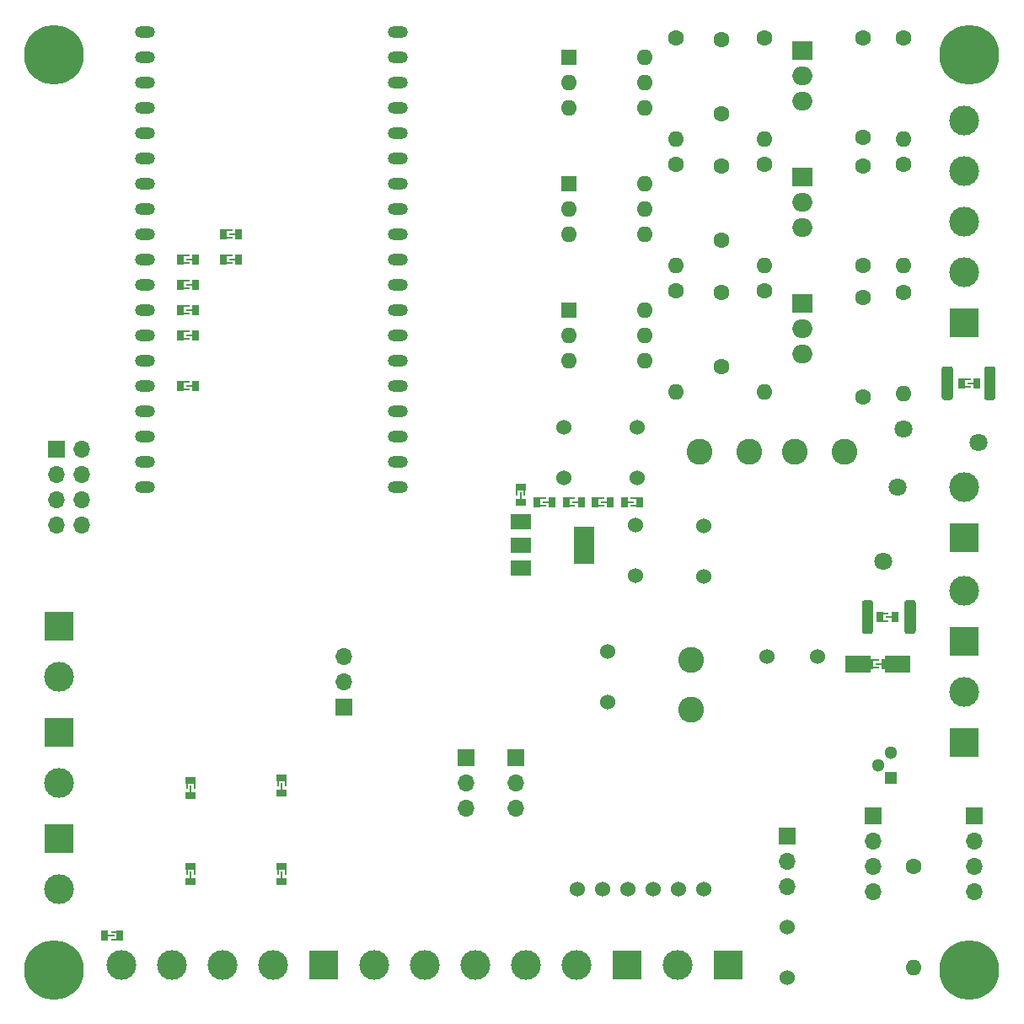
<source format=gbs>
G04 #@! TF.GenerationSoftware,KiCad,Pcbnew,5.1.9-73d0e3b20d~88~ubuntu20.04.1*
G04 #@! TF.CreationDate,2021-03-10T20:51:34-03:00*
G04 #@! TF.ProjectId,std_board,7374645f-626f-4617-9264-2e6b69636164,rev?*
G04 #@! TF.SameCoordinates,Original*
G04 #@! TF.FileFunction,Soldermask,Bot*
G04 #@! TF.FilePolarity,Negative*
%FSLAX46Y46*%
G04 Gerber Fmt 4.6, Leading zero omitted, Abs format (unit mm)*
G04 Created by KiCad (PCBNEW 5.1.9-73d0e3b20d~88~ubuntu20.04.1) date 2021-03-10 20:51:34*
%MOMM*%
%LPD*%
G01*
G04 APERTURE LIST*
%ADD10O,2.000000X1.200000*%
%ADD11O,1.600000X1.600000*%
%ADD12C,1.600000*%
%ADD13C,2.600000*%
%ADD14C,1.524000*%
%ADD15R,1.600000X1.600000*%
%ADD16R,1.000000X0.200000*%
%ADD17R,1.000000X0.254000*%
%ADD18R,0.762000X1.016000*%
%ADD19R,0.200000X1.000000*%
%ADD20R,0.254000X1.000000*%
%ADD21R,1.016000X0.762000*%
%ADD22C,6.000000*%
%ADD23C,1.800000*%
%ADD24R,2.500000X1.800000*%
%ADD25O,1.700000X1.700000*%
%ADD26R,1.700000X1.700000*%
%ADD27R,2.000000X1.500000*%
%ADD28R,2.000000X3.800000*%
%ADD29O,2.000000X1.905000*%
%ADD30R,2.000000X1.905000*%
%ADD31R,1.300000X1.300000*%
%ADD32C,1.300000*%
%ADD33C,3.000000*%
%ADD34R,3.000000X3.000000*%
G04 APERTURE END LIST*
D10*
X12700000Y-45720000D03*
X38100000Y-45720000D03*
X12700000Y-43180000D03*
X38100000Y-43180000D03*
X12700000Y-40640000D03*
X38100000Y-40640000D03*
X12700000Y-38100000D03*
X38100000Y-38100000D03*
X12700000Y-35560000D03*
X38100000Y-35560000D03*
X12700000Y-33020000D03*
X38100000Y-33020000D03*
X12700000Y-30480000D03*
X38100000Y-30480000D03*
X12700000Y-27940000D03*
X38100000Y-27940000D03*
X12700000Y-25400000D03*
X38100000Y-25400000D03*
X12700000Y-22860000D03*
X38100000Y-22860000D03*
X12700000Y-20320000D03*
X38100000Y-20320000D03*
X12700000Y-17780000D03*
X38100000Y-17780000D03*
X12700000Y-15240000D03*
X38100000Y-15240000D03*
X12700000Y-12700000D03*
X38100000Y-12700000D03*
X12700000Y-10160000D03*
X38100000Y-10160000D03*
X12700000Y-7620000D03*
X38100000Y-7620000D03*
X12700000Y-5080000D03*
X38100000Y-5080000D03*
X12700000Y-2540000D03*
X38100000Y-2540000D03*
X12700000Y0D03*
X38100000Y0D03*
D11*
X89916000Y-93980000D03*
D12*
X89916000Y-83820000D03*
D13*
X77978000Y-42164000D03*
X82978000Y-42164000D03*
D14*
X61976000Y-54610000D03*
X61976000Y-49530000D03*
D11*
X66040000Y-10795000D03*
D12*
X66040000Y-635000D03*
D11*
X62865000Y-2540000D03*
X55245000Y-7620000D03*
X62865000Y-5080000D03*
X55245000Y-5080000D03*
X62865000Y-7620000D03*
D15*
X55245000Y-2540000D03*
D11*
X88900000Y-23495000D03*
D12*
X88900000Y-13335000D03*
D11*
X88900000Y-36322000D03*
D12*
X88900000Y-26162000D03*
D16*
X86582500Y-63500000D03*
D17*
X85884000Y-63881000D03*
D18*
X85503000Y-63500000D03*
D17*
X85884000Y-63119000D03*
D18*
X87027000Y-63500000D03*
D19*
X17272000Y-76263500D03*
D20*
X16891000Y-75565000D03*
D21*
X17272000Y-75184000D03*
D20*
X17653000Y-75565000D03*
D21*
X17272000Y-76708000D03*
D19*
X17272000Y-84899500D03*
D20*
X16891000Y-84201000D03*
D21*
X17272000Y-83820000D03*
D20*
X17653000Y-84201000D03*
D21*
X17272000Y-85344000D03*
D16*
X87566500Y-58801000D03*
D17*
X86868000Y-59182000D03*
D18*
X86487000Y-58801000D03*
D17*
X86868000Y-58420000D03*
D18*
X88011000Y-58801000D03*
D22*
X3556000Y-94234000D03*
X3556000Y-2286000D03*
D19*
X26416000Y-84899500D03*
D20*
X26035000Y-84201000D03*
D21*
X26416000Y-83820000D03*
D20*
X26797000Y-84201000D03*
D21*
X26416000Y-85344000D03*
D19*
X26416000Y-76009500D03*
D20*
X26035000Y-75311000D03*
D21*
X26416000Y-74930000D03*
D20*
X26797000Y-75311000D03*
D21*
X26416000Y-76454000D03*
D23*
X96400000Y-41278000D03*
X88900000Y-39878000D03*
X88265000Y-45720000D03*
X86865000Y-53220000D03*
D11*
X62865000Y-27940000D03*
X55245000Y-33020000D03*
X62865000Y-30480000D03*
X55245000Y-30480000D03*
X62865000Y-33020000D03*
D15*
X55245000Y-27940000D03*
D11*
X62865000Y-15240000D03*
X55245000Y-20320000D03*
X62865000Y-17780000D03*
X55245000Y-17780000D03*
X62865000Y-20320000D03*
D15*
X55245000Y-15240000D03*
D24*
X84265000Y-63500000D03*
X88265000Y-63500000D03*
D12*
X84836000Y-635000D03*
X84836000Y-10635000D03*
X70612000Y-755000D03*
X70612000Y-8255000D03*
X84836000Y-13462000D03*
X84836000Y-23462000D03*
X70612000Y-13455000D03*
X70612000Y-20955000D03*
X84836000Y-26670000D03*
X84836000Y-36670000D03*
X70612000Y-26155000D03*
X70612000Y-33655000D03*
D25*
X44958000Y-77978000D03*
X44958000Y-75438000D03*
D26*
X44958000Y-72898000D03*
D25*
X49911000Y-77978000D03*
X49911000Y-75438000D03*
D26*
X49911000Y-72898000D03*
D25*
X77216000Y-85852000D03*
X77216000Y-83312000D03*
D26*
X77216000Y-80772000D03*
D25*
X96012000Y-86360000D03*
X96012000Y-83820000D03*
X96012000Y-81280000D03*
D26*
X96012000Y-78740000D03*
D25*
X85852000Y-86360000D03*
X85852000Y-83820000D03*
X85852000Y-81280000D03*
D26*
X85852000Y-78740000D03*
D22*
X95504000Y-2286000D03*
X95504000Y-94234000D03*
D19*
X50419000Y-46799500D03*
D20*
X50038000Y-46101000D03*
D21*
X50419000Y-45720000D03*
D20*
X50800000Y-46101000D03*
D21*
X50419000Y-47244000D03*
D27*
X50444000Y-53862000D03*
X50444000Y-49262000D03*
X50444000Y-51562000D03*
D28*
X56744000Y-51562000D03*
D13*
X73406000Y-42164000D03*
X68406000Y-42164000D03*
D16*
X17335500Y-22860000D03*
D17*
X16637000Y-23241000D03*
D18*
X16256000Y-22860000D03*
D17*
X16637000Y-22479000D03*
D18*
X17780000Y-22860000D03*
D16*
X17335500Y-25400000D03*
D17*
X16637000Y-25781000D03*
D18*
X16256000Y-25400000D03*
D17*
X16637000Y-25019000D03*
D18*
X17780000Y-25400000D03*
D16*
X9080500Y-90805000D03*
D17*
X9779000Y-90424000D03*
D18*
X10160000Y-90805000D03*
D17*
X9779000Y-91186000D03*
D18*
X8636000Y-90805000D03*
D25*
X32639000Y-62738000D03*
X32639000Y-65278000D03*
D26*
X32639000Y-67818000D03*
D16*
X21653500Y-22860000D03*
D17*
X20955000Y-23241000D03*
D18*
X20574000Y-22860000D03*
D17*
X20955000Y-22479000D03*
D18*
X22098000Y-22860000D03*
D16*
X21653500Y-20320000D03*
D17*
X20955000Y-20701000D03*
D18*
X20574000Y-20320000D03*
D17*
X20955000Y-19939000D03*
D18*
X22098000Y-20320000D03*
D16*
X17335500Y-27940000D03*
D17*
X16637000Y-28321000D03*
D18*
X16256000Y-27940000D03*
D17*
X16637000Y-27559000D03*
D18*
X17780000Y-27940000D03*
G36*
G01*
X88972500Y-60251001D02*
X88972500Y-57350999D01*
G75*
G02*
X89222499Y-57101000I249999J0D01*
G01*
X89847501Y-57101000D01*
G75*
G02*
X90097500Y-57350999I0J-249999D01*
G01*
X90097500Y-60251001D01*
G75*
G02*
X89847501Y-60501000I-249999J0D01*
G01*
X89222499Y-60501000D01*
G75*
G02*
X88972500Y-60251001I0J249999D01*
G01*
G37*
G36*
G01*
X84697500Y-60251001D02*
X84697500Y-57350999D01*
G75*
G02*
X84947499Y-57101000I249999J0D01*
G01*
X85572501Y-57101000D01*
G75*
G02*
X85822500Y-57350999I0J-249999D01*
G01*
X85822500Y-60251001D01*
G75*
G02*
X85572501Y-60501000I-249999J0D01*
G01*
X84947499Y-60501000D01*
G75*
G02*
X84697500Y-60251001I0J249999D01*
G01*
G37*
G36*
G01*
X96973500Y-36756001D02*
X96973500Y-33855999D01*
G75*
G02*
X97223499Y-33606000I249999J0D01*
G01*
X97848501Y-33606000D01*
G75*
G02*
X98098500Y-33855999I0J-249999D01*
G01*
X98098500Y-36756001D01*
G75*
G02*
X97848501Y-37006000I-249999J0D01*
G01*
X97223499Y-37006000D01*
G75*
G02*
X96973500Y-36756001I0J249999D01*
G01*
G37*
G36*
G01*
X92698500Y-36756001D02*
X92698500Y-33855999D01*
G75*
G02*
X92948499Y-33606000I249999J0D01*
G01*
X93573501Y-33606000D01*
G75*
G02*
X93823500Y-33855999I0J-249999D01*
G01*
X93823500Y-36756001D01*
G75*
G02*
X93573501Y-37006000I-249999J0D01*
G01*
X92948499Y-37006000D01*
G75*
G02*
X92698500Y-36756001I0J249999D01*
G01*
G37*
D16*
X17335500Y-30480000D03*
D17*
X16637000Y-30861000D03*
D18*
X16256000Y-30480000D03*
D17*
X16637000Y-30099000D03*
D18*
X17780000Y-30480000D03*
D29*
X78740000Y-6985000D03*
X78740000Y-4445000D03*
D30*
X78740000Y-1905000D03*
D29*
X78740000Y-19685000D03*
X78740000Y-17145000D03*
D30*
X78740000Y-14605000D03*
D29*
X78740000Y-32385000D03*
X78740000Y-29845000D03*
D30*
X78740000Y-27305000D03*
D11*
X74930000Y-10795000D03*
D12*
X74930000Y-635000D03*
D11*
X88900000Y-10795000D03*
D12*
X88900000Y-635000D03*
D11*
X66040000Y-23495000D03*
D12*
X66040000Y-13335000D03*
D11*
X74930000Y-23495000D03*
D12*
X74930000Y-13335000D03*
D11*
X66040000Y-36195000D03*
D12*
X66040000Y-26035000D03*
D11*
X74930000Y-36195000D03*
D12*
X74930000Y-26035000D03*
D31*
X87630000Y-74930000D03*
D32*
X87630000Y-72390000D03*
X86360000Y-73660000D03*
D14*
X77216000Y-89916000D03*
X77216000Y-94996000D03*
X56134000Y-86106000D03*
X58674000Y-86106000D03*
X68834000Y-86106000D03*
X66294000Y-86106000D03*
X61214000Y-86106000D03*
X63754000Y-86106000D03*
D33*
X94996000Y-56134000D03*
D34*
X94996000Y-61214000D03*
D33*
X94996000Y-45720000D03*
D34*
X94996000Y-50800000D03*
D33*
X94996000Y-8890000D03*
X94996000Y-13970000D03*
D34*
X94996000Y-29210000D03*
D33*
X94996000Y-19050000D03*
X94996000Y-24130000D03*
X94996000Y-66294000D03*
D34*
X94996000Y-71374000D03*
D33*
X10287000Y-93726000D03*
X15367000Y-93726000D03*
D34*
X30607000Y-93726000D03*
D33*
X20447000Y-93726000D03*
X25527000Y-93726000D03*
X66167000Y-93726000D03*
D34*
X71247000Y-93726000D03*
D33*
X4064000Y-64770000D03*
D34*
X4064000Y-59690000D03*
D33*
X4064000Y-86106000D03*
D34*
X4064000Y-81026000D03*
D33*
X4064000Y-75438000D03*
D34*
X4064000Y-70358000D03*
D16*
X95821500Y-35306000D03*
D17*
X95123000Y-35687000D03*
D18*
X94742000Y-35306000D03*
D17*
X95123000Y-34925000D03*
D18*
X96266000Y-35306000D03*
D14*
X54737000Y-39751000D03*
X54737000Y-44831000D03*
X62103000Y-39751000D03*
X62103000Y-44831000D03*
X59182000Y-67310000D03*
X59182000Y-62230000D03*
X68834000Y-54696360D03*
X68834000Y-49616360D03*
X80264000Y-62738000D03*
X75184000Y-62738000D03*
D13*
X67564000Y-63072000D03*
X67564000Y-68072000D03*
D16*
X61277500Y-47244000D03*
D17*
X61976000Y-46863000D03*
D18*
X62357000Y-47244000D03*
D17*
X61976000Y-47625000D03*
D18*
X60833000Y-47244000D03*
D16*
X53149500Y-47244000D03*
D17*
X52451000Y-47625000D03*
D18*
X52070000Y-47244000D03*
D17*
X52451000Y-46863000D03*
D18*
X53594000Y-47244000D03*
D16*
X58991500Y-47244000D03*
D17*
X58293000Y-47625000D03*
D18*
X57912000Y-47244000D03*
D17*
X58293000Y-46863000D03*
D18*
X59436000Y-47244000D03*
D16*
X56070500Y-47244000D03*
D17*
X55372000Y-47625000D03*
D18*
X54991000Y-47244000D03*
D17*
X55372000Y-46863000D03*
D18*
X56515000Y-47244000D03*
D25*
X6350000Y-49530000D03*
X3810000Y-49530000D03*
X6350000Y-46990000D03*
X3810000Y-46990000D03*
X6350000Y-44450000D03*
X3810000Y-44450000D03*
X6350000Y-41910000D03*
D26*
X3810000Y-41910000D03*
D33*
X35687000Y-93726000D03*
X40767000Y-93726000D03*
X45847000Y-93726000D03*
D34*
X61087000Y-93726000D03*
D33*
X50927000Y-93726000D03*
X56007000Y-93726000D03*
D16*
X17335500Y-35560000D03*
D17*
X16637000Y-35941000D03*
D18*
X16256000Y-35560000D03*
D17*
X16637000Y-35179000D03*
D18*
X17780000Y-35560000D03*
M02*

</source>
